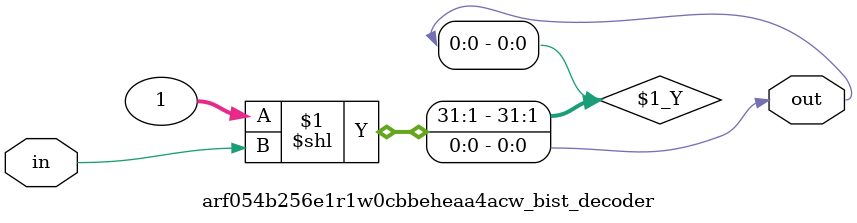
<source format=sv>

`ifndef ARF054B256E1R1W0CBBEHEAA4ACW_BIST_DECODER_SV
`define ARF054B256E1R1W0CBBEHEAA4ACW_BIST_DECODER_SV

module arf054b256e1r1w0cbbeheaa4acw_bist_decoder # (
  parameter IN_WIDTH  = 1,
  parameter OUT_WIDTH = 1
)
(
  input  logic [IN_WIDTH-1:0]  in,
  output logic [OUT_WIDTH-1:0] out
);
  
  assign out = 'b1 << in;

endmodule // arf054b256e1r1w0cbbeheaa4acw_bist_decoder

`endif // ARF054B256E1R1W0CBBEHEAA4ACW_BIST_DECODER_SV
</source>
